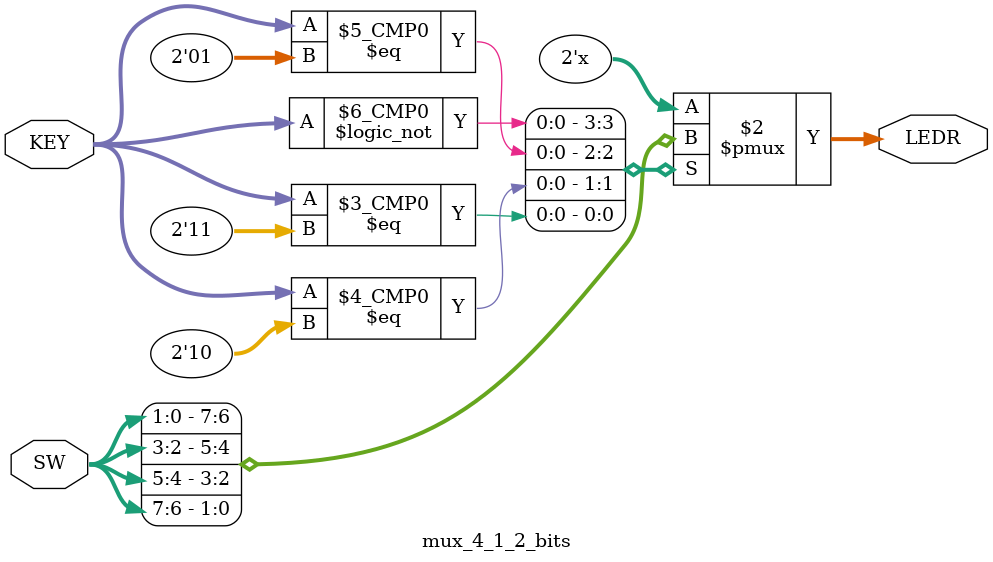
<source format=v>
module mux_4_1_2_bits (
	input [7:0] SW, input [1:0] KEY,
	output reg [1:0] LEDR);
	always @(*)
		case (KEY)
			2'b00: LEDR = SW[1:0];
			2'b01: LEDR = SW[3:2];
			2'b10: LEDR = SW[5:4];
			2'b11: LEDR = SW[7:6];
		endcase
endmodule
</source>
